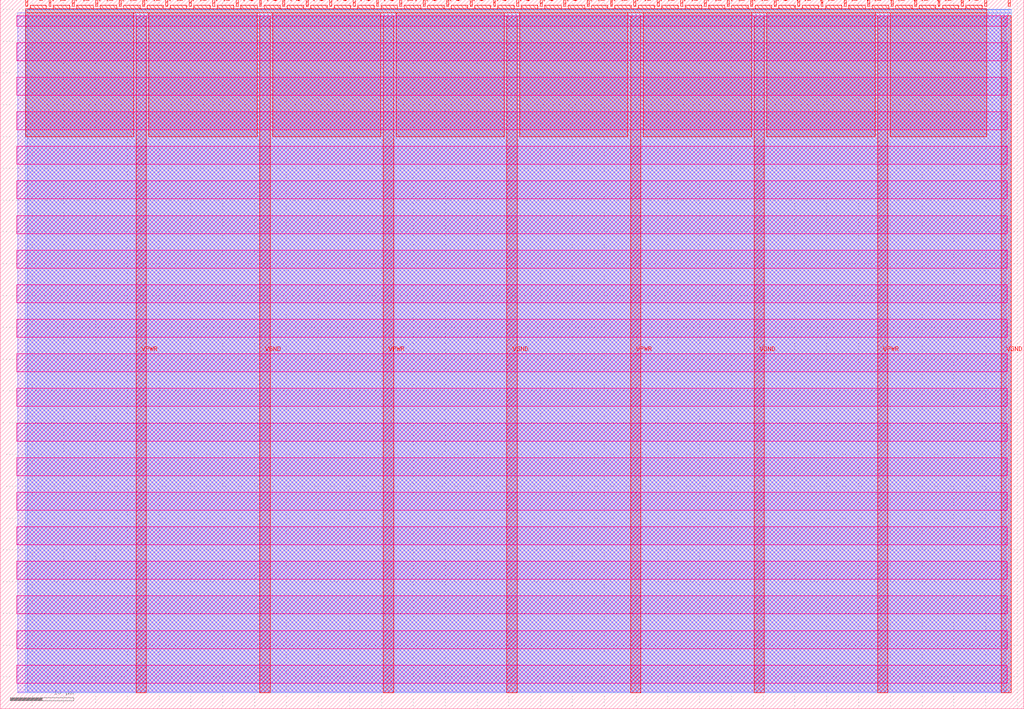
<source format=lef>
VERSION 5.7 ;
  NOWIREEXTENSIONATPIN ON ;
  DIVIDERCHAR "/" ;
  BUSBITCHARS "[]" ;
MACRO tt_um_triple_watchdog
  CLASS BLOCK ;
  FOREIGN tt_um_triple_watchdog ;
  ORIGIN 0.000 0.000 ;
  SIZE 161.000 BY 111.520 ;
  PIN VGND
    DIRECTION INOUT ;
    USE GROUND ;
    PORT
      LAYER met4 ;
        RECT 40.830 2.480 42.430 109.040 ;
    END
    PORT
      LAYER met4 ;
        RECT 79.700 2.480 81.300 109.040 ;
    END
    PORT
      LAYER met4 ;
        RECT 118.570 2.480 120.170 109.040 ;
    END
    PORT
      LAYER met4 ;
        RECT 157.440 2.480 159.040 109.040 ;
    END
  END VGND
  PIN VPWR
    DIRECTION INOUT ;
    USE POWER ;
    PORT
      LAYER met4 ;
        RECT 21.395 2.480 22.995 109.040 ;
    END
    PORT
      LAYER met4 ;
        RECT 60.265 2.480 61.865 109.040 ;
    END
    PORT
      LAYER met4 ;
        RECT 99.135 2.480 100.735 109.040 ;
    END
    PORT
      LAYER met4 ;
        RECT 138.005 2.480 139.605 109.040 ;
    END
  END VPWR
  PIN clk
    DIRECTION INPUT ;
    USE SIGNAL ;
    ANTENNAGATEAREA 0.852000 ;
    PORT
      LAYER met4 ;
        RECT 154.870 110.520 155.170 111.520 ;
    END
  END clk
  PIN ena
    DIRECTION INPUT ;
    USE SIGNAL ;
    PORT
      LAYER met4 ;
        RECT 158.550 110.520 158.850 111.520 ;
    END
  END ena
  PIN rst_n
    DIRECTION INPUT ;
    USE SIGNAL ;
    ANTENNAGATEAREA 0.196500 ;
    PORT
      LAYER met4 ;
        RECT 151.190 110.520 151.490 111.520 ;
    END
  END rst_n
  PIN ui_in[0]
    DIRECTION INPUT ;
    USE SIGNAL ;
    ANTENNAGATEAREA 0.213000 ;
    PORT
      LAYER met4 ;
        RECT 147.510 110.520 147.810 111.520 ;
    END
  END ui_in[0]
  PIN ui_in[1]
    DIRECTION INPUT ;
    USE SIGNAL ;
    ANTENNAGATEAREA 0.159000 ;
    PORT
      LAYER met4 ;
        RECT 143.830 110.520 144.130 111.520 ;
    END
  END ui_in[1]
  PIN ui_in[2]
    DIRECTION INPUT ;
    USE SIGNAL ;
    ANTENNAGATEAREA 0.213000 ;
    PORT
      LAYER met4 ;
        RECT 140.150 110.520 140.450 111.520 ;
    END
  END ui_in[2]
  PIN ui_in[3]
    DIRECTION INPUT ;
    USE SIGNAL ;
    ANTENNAGATEAREA 0.213000 ;
    PORT
      LAYER met4 ;
        RECT 136.470 110.520 136.770 111.520 ;
    END
  END ui_in[3]
  PIN ui_in[4]
    DIRECTION INPUT ;
    USE SIGNAL ;
    ANTENNAGATEAREA 0.159000 ;
    PORT
      LAYER met4 ;
        RECT 132.790 110.520 133.090 111.520 ;
    END
  END ui_in[4]
  PIN ui_in[5]
    DIRECTION INPUT ;
    USE SIGNAL ;
    ANTENNAGATEAREA 0.213000 ;
    PORT
      LAYER met4 ;
        RECT 129.110 110.520 129.410 111.520 ;
    END
  END ui_in[5]
  PIN ui_in[6]
    DIRECTION INPUT ;
    USE SIGNAL ;
    ANTENNAGATEAREA 0.213000 ;
    PORT
      LAYER met4 ;
        RECT 125.430 110.520 125.730 111.520 ;
    END
  END ui_in[6]
  PIN ui_in[7]
    DIRECTION INPUT ;
    USE SIGNAL ;
    ANTENNAGATEAREA 0.159000 ;
    PORT
      LAYER met4 ;
        RECT 121.750 110.520 122.050 111.520 ;
    END
  END ui_in[7]
  PIN uio_in[0]
    DIRECTION INPUT ;
    USE SIGNAL ;
    PORT
      LAYER met4 ;
        RECT 118.070 110.520 118.370 111.520 ;
    END
  END uio_in[0]
  PIN uio_in[1]
    DIRECTION INPUT ;
    USE SIGNAL ;
    PORT
      LAYER met4 ;
        RECT 114.390 110.520 114.690 111.520 ;
    END
  END uio_in[1]
  PIN uio_in[2]
    DIRECTION INPUT ;
    USE SIGNAL ;
    PORT
      LAYER met4 ;
        RECT 110.710 110.520 111.010 111.520 ;
    END
  END uio_in[2]
  PIN uio_in[3]
    DIRECTION INPUT ;
    USE SIGNAL ;
    PORT
      LAYER met4 ;
        RECT 107.030 110.520 107.330 111.520 ;
    END
  END uio_in[3]
  PIN uio_in[4]
    DIRECTION INPUT ;
    USE SIGNAL ;
    PORT
      LAYER met4 ;
        RECT 103.350 110.520 103.650 111.520 ;
    END
  END uio_in[4]
  PIN uio_in[5]
    DIRECTION INPUT ;
    USE SIGNAL ;
    PORT
      LAYER met4 ;
        RECT 99.670 110.520 99.970 111.520 ;
    END
  END uio_in[5]
  PIN uio_in[6]
    DIRECTION INPUT ;
    USE SIGNAL ;
    PORT
      LAYER met4 ;
        RECT 95.990 110.520 96.290 111.520 ;
    END
  END uio_in[6]
  PIN uio_in[7]
    DIRECTION INPUT ;
    USE SIGNAL ;
    PORT
      LAYER met4 ;
        RECT 92.310 110.520 92.610 111.520 ;
    END
  END uio_in[7]
  PIN uio_oe[0]
    DIRECTION OUTPUT TRISTATE ;
    USE SIGNAL ;
    PORT
      LAYER met4 ;
        RECT 29.750 110.520 30.050 111.520 ;
    END
  END uio_oe[0]
  PIN uio_oe[1]
    DIRECTION OUTPUT TRISTATE ;
    USE SIGNAL ;
    PORT
      LAYER met4 ;
        RECT 26.070 110.520 26.370 111.520 ;
    END
  END uio_oe[1]
  PIN uio_oe[2]
    DIRECTION OUTPUT TRISTATE ;
    USE SIGNAL ;
    PORT
      LAYER met4 ;
        RECT 22.390 110.520 22.690 111.520 ;
    END
  END uio_oe[2]
  PIN uio_oe[3]
    DIRECTION OUTPUT TRISTATE ;
    USE SIGNAL ;
    PORT
      LAYER met4 ;
        RECT 18.710 110.520 19.010 111.520 ;
    END
  END uio_oe[3]
  PIN uio_oe[4]
    DIRECTION OUTPUT TRISTATE ;
    USE SIGNAL ;
    PORT
      LAYER met4 ;
        RECT 15.030 110.520 15.330 111.520 ;
    END
  END uio_oe[4]
  PIN uio_oe[5]
    DIRECTION OUTPUT TRISTATE ;
    USE SIGNAL ;
    PORT
      LAYER met4 ;
        RECT 11.350 110.520 11.650 111.520 ;
    END
  END uio_oe[5]
  PIN uio_oe[6]
    DIRECTION OUTPUT TRISTATE ;
    USE SIGNAL ;
    PORT
      LAYER met4 ;
        RECT 7.670 110.520 7.970 111.520 ;
    END
  END uio_oe[6]
  PIN uio_oe[7]
    DIRECTION OUTPUT TRISTATE ;
    USE SIGNAL ;
    PORT
      LAYER met4 ;
        RECT 3.990 110.520 4.290 111.520 ;
    END
  END uio_oe[7]
  PIN uio_out[0]
    DIRECTION OUTPUT TRISTATE ;
    USE SIGNAL ;
    PORT
      LAYER met4 ;
        RECT 59.190 110.520 59.490 111.520 ;
    END
  END uio_out[0]
  PIN uio_out[1]
    DIRECTION OUTPUT TRISTATE ;
    USE SIGNAL ;
    PORT
      LAYER met4 ;
        RECT 55.510 110.520 55.810 111.520 ;
    END
  END uio_out[1]
  PIN uio_out[2]
    DIRECTION OUTPUT TRISTATE ;
    USE SIGNAL ;
    PORT
      LAYER met4 ;
        RECT 51.830 110.520 52.130 111.520 ;
    END
  END uio_out[2]
  PIN uio_out[3]
    DIRECTION OUTPUT TRISTATE ;
    USE SIGNAL ;
    PORT
      LAYER met4 ;
        RECT 48.150 110.520 48.450 111.520 ;
    END
  END uio_out[3]
  PIN uio_out[4]
    DIRECTION OUTPUT TRISTATE ;
    USE SIGNAL ;
    PORT
      LAYER met4 ;
        RECT 44.470 110.520 44.770 111.520 ;
    END
  END uio_out[4]
  PIN uio_out[5]
    DIRECTION OUTPUT TRISTATE ;
    USE SIGNAL ;
    PORT
      LAYER met4 ;
        RECT 40.790 110.520 41.090 111.520 ;
    END
  END uio_out[5]
  PIN uio_out[6]
    DIRECTION OUTPUT TRISTATE ;
    USE SIGNAL ;
    PORT
      LAYER met4 ;
        RECT 37.110 110.520 37.410 111.520 ;
    END
  END uio_out[6]
  PIN uio_out[7]
    DIRECTION OUTPUT TRISTATE ;
    USE SIGNAL ;
    PORT
      LAYER met4 ;
        RECT 33.430 110.520 33.730 111.520 ;
    END
  END uio_out[7]
  PIN uo_out[0]
    DIRECTION OUTPUT TRISTATE ;
    USE SIGNAL ;
    ANTENNADIFFAREA 0.795200 ;
    PORT
      LAYER met4 ;
        RECT 88.630 110.520 88.930 111.520 ;
    END
  END uo_out[0]
  PIN uo_out[1]
    DIRECTION OUTPUT TRISTATE ;
    USE SIGNAL ;
    ANTENNADIFFAREA 0.445500 ;
    PORT
      LAYER met4 ;
        RECT 84.950 110.520 85.250 111.520 ;
    END
  END uo_out[1]
  PIN uo_out[2]
    DIRECTION OUTPUT TRISTATE ;
    USE SIGNAL ;
    ANTENNADIFFAREA 0.795200 ;
    PORT
      LAYER met4 ;
        RECT 81.270 110.520 81.570 111.520 ;
    END
  END uo_out[2]
  PIN uo_out[3]
    DIRECTION OUTPUT TRISTATE ;
    USE SIGNAL ;
    PORT
      LAYER met4 ;
        RECT 77.590 110.520 77.890 111.520 ;
    END
  END uo_out[3]
  PIN uo_out[4]
    DIRECTION OUTPUT TRISTATE ;
    USE SIGNAL ;
    PORT
      LAYER met4 ;
        RECT 73.910 110.520 74.210 111.520 ;
    END
  END uo_out[4]
  PIN uo_out[5]
    DIRECTION OUTPUT TRISTATE ;
    USE SIGNAL ;
    PORT
      LAYER met4 ;
        RECT 70.230 110.520 70.530 111.520 ;
    END
  END uo_out[5]
  PIN uo_out[6]
    DIRECTION OUTPUT TRISTATE ;
    USE SIGNAL ;
    PORT
      LAYER met4 ;
        RECT 66.550 110.520 66.850 111.520 ;
    END
  END uo_out[6]
  PIN uo_out[7]
    DIRECTION OUTPUT TRISTATE ;
    USE SIGNAL ;
    PORT
      LAYER met4 ;
        RECT 62.870 110.520 63.170 111.520 ;
    END
  END uo_out[7]
  OBS
      LAYER nwell ;
        RECT 2.570 107.385 158.430 108.990 ;
        RECT 2.570 101.945 158.430 104.775 ;
        RECT 2.570 96.505 158.430 99.335 ;
        RECT 2.570 91.065 158.430 93.895 ;
        RECT 2.570 85.625 158.430 88.455 ;
        RECT 2.570 80.185 158.430 83.015 ;
        RECT 2.570 74.745 158.430 77.575 ;
        RECT 2.570 69.305 158.430 72.135 ;
        RECT 2.570 63.865 158.430 66.695 ;
        RECT 2.570 58.425 158.430 61.255 ;
        RECT 2.570 52.985 158.430 55.815 ;
        RECT 2.570 47.545 158.430 50.375 ;
        RECT 2.570 42.105 158.430 44.935 ;
        RECT 2.570 36.665 158.430 39.495 ;
        RECT 2.570 31.225 158.430 34.055 ;
        RECT 2.570 25.785 158.430 28.615 ;
        RECT 2.570 20.345 158.430 23.175 ;
        RECT 2.570 14.905 158.430 17.735 ;
        RECT 2.570 9.465 158.430 12.295 ;
        RECT 2.570 4.025 158.430 6.855 ;
      LAYER li1 ;
        RECT 2.760 2.635 158.240 108.885 ;
      LAYER met1 ;
        RECT 2.760 2.480 159.040 109.440 ;
      LAYER met2 ;
        RECT 4.230 2.535 159.010 110.005 ;
      LAYER met3 ;
        RECT 3.950 2.555 159.030 109.985 ;
      LAYER met4 ;
        RECT 4.690 110.120 7.270 110.650 ;
        RECT 8.370 110.120 10.950 110.650 ;
        RECT 12.050 110.120 14.630 110.650 ;
        RECT 15.730 110.120 18.310 110.650 ;
        RECT 19.410 110.120 21.990 110.650 ;
        RECT 23.090 110.120 25.670 110.650 ;
        RECT 26.770 110.120 29.350 110.650 ;
        RECT 30.450 110.120 33.030 110.650 ;
        RECT 34.130 110.120 36.710 110.650 ;
        RECT 37.810 110.120 40.390 110.650 ;
        RECT 41.490 110.120 44.070 110.650 ;
        RECT 45.170 110.120 47.750 110.650 ;
        RECT 48.850 110.120 51.430 110.650 ;
        RECT 52.530 110.120 55.110 110.650 ;
        RECT 56.210 110.120 58.790 110.650 ;
        RECT 59.890 110.120 62.470 110.650 ;
        RECT 63.570 110.120 66.150 110.650 ;
        RECT 67.250 110.120 69.830 110.650 ;
        RECT 70.930 110.120 73.510 110.650 ;
        RECT 74.610 110.120 77.190 110.650 ;
        RECT 78.290 110.120 80.870 110.650 ;
        RECT 81.970 110.120 84.550 110.650 ;
        RECT 85.650 110.120 88.230 110.650 ;
        RECT 89.330 110.120 91.910 110.650 ;
        RECT 93.010 110.120 95.590 110.650 ;
        RECT 96.690 110.120 99.270 110.650 ;
        RECT 100.370 110.120 102.950 110.650 ;
        RECT 104.050 110.120 106.630 110.650 ;
        RECT 107.730 110.120 110.310 110.650 ;
        RECT 111.410 110.120 113.990 110.650 ;
        RECT 115.090 110.120 117.670 110.650 ;
        RECT 118.770 110.120 121.350 110.650 ;
        RECT 122.450 110.120 125.030 110.650 ;
        RECT 126.130 110.120 128.710 110.650 ;
        RECT 129.810 110.120 132.390 110.650 ;
        RECT 133.490 110.120 136.070 110.650 ;
        RECT 137.170 110.120 139.750 110.650 ;
        RECT 140.850 110.120 143.430 110.650 ;
        RECT 144.530 110.120 147.110 110.650 ;
        RECT 148.210 110.120 150.790 110.650 ;
        RECT 151.890 110.120 154.470 110.650 ;
        RECT 3.975 109.440 155.185 110.120 ;
        RECT 3.975 89.935 20.995 109.440 ;
        RECT 23.395 89.935 40.430 109.440 ;
        RECT 42.830 89.935 59.865 109.440 ;
        RECT 62.265 89.935 79.300 109.440 ;
        RECT 81.700 89.935 98.735 109.440 ;
        RECT 101.135 89.935 118.170 109.440 ;
        RECT 120.570 89.935 137.605 109.440 ;
        RECT 140.005 89.935 155.185 109.440 ;
  END
END tt_um_triple_watchdog
END LIBRARY


</source>
